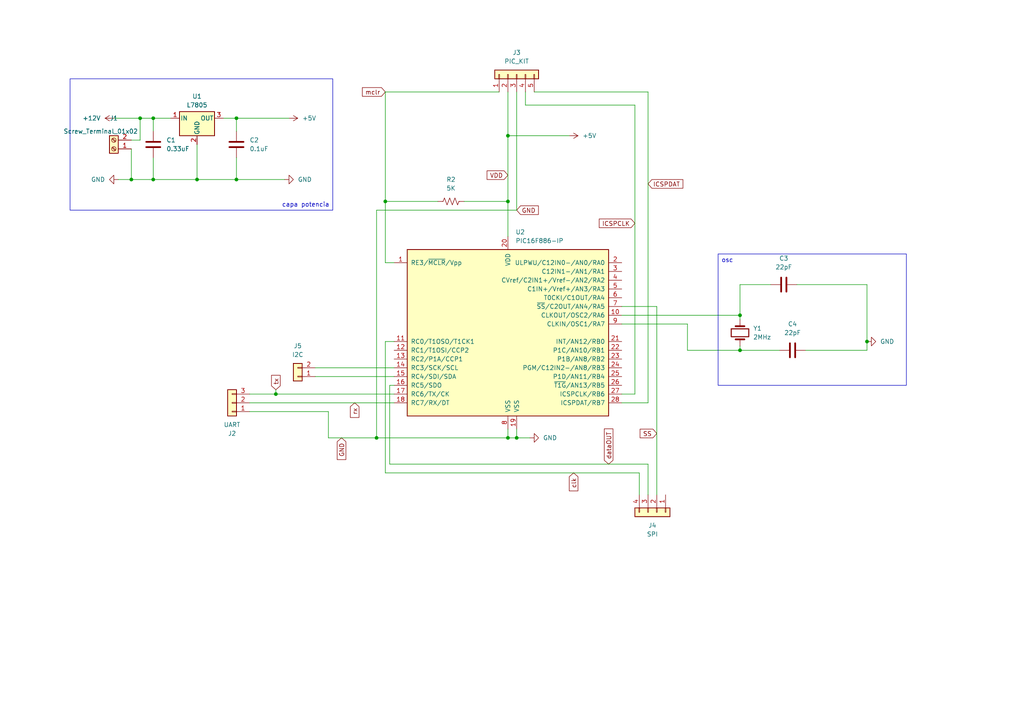
<source format=kicad_sch>
(kicad_sch (version 20230121) (generator eeschema)
  (paper "A4")
  (lib_symbols
    (symbol "Connector:Screw_Terminal_01x02" (pin_names (offset 1.016) hide)
      (property "Reference" "J" (at 0 2.54 0))
      (property "Value" "Screw_Terminal_01x02" (at 0 -5.08 0))
      (symbol "Screw_Terminal_01x02_1_1"
        (rectangle (start -1.27 1.27) (end 1.27 -3.81) (stroke (width 0.254)) (fill (type background)))
        (circle (center 0 -2.54) (radius 0.635) (stroke (width 0.1524)))
        (polyline (pts (xy -0.5334 -2.2098) (xy 0.3302 -3.048)) (stroke (width 0.1524)))
        (polyline (pts (xy -0.5334 0.3302) (xy 0.3302 -0.508)) (stroke (width 0.1524)))
        (polyline (pts (xy -0.3556 -2.032) (xy 0.508 -2.8702)) (stroke (width 0.1524)))
        (polyline (pts (xy -0.3556 0.508) (xy 0.508 -0.3302)) (stroke (width 0.1524)))
        (circle (center 0 0) (radius 0.635) (stroke (width 0.1524)))
        (pin passive line (at -5.08 0 0) (length 3.81) (name "Pin_1") (number "1"))
        (pin passive line (at -5.08 -2.54 0) (length 3.81) (name "Pin_2") (number "2"))
      )
    )
    (symbol "Connector_Generic:Conn_01x02" (pin_names (offset 1.016) hide)
      (property "Reference" "J" (at 0 2.54 0))
      (property "Value" "Conn_01x02" (at 0 -5.08 0))
      (symbol "Conn_01x02_1_1"
        (rectangle (start -1.27 -2.413) (end 0 -2.667) (stroke (width 0.1524)))
        (rectangle (start -1.27 0.127) (end 0 -0.127) (stroke (width 0.1524)))
        (rectangle (start -1.27 1.27) (end 1.27 -3.81) (stroke (width 0.254)) (fill (type background)))
        (pin passive line (at -5.08 0 0) (length 3.81) (name "Pin_1") (number "1"))
        (pin passive line (at -5.08 -2.54 0) (length 3.81) (name "Pin_2") (number "2"))
      )
    )
    (symbol "Connector_Generic:Conn_01x03" (pin_names (offset 1.016) hide)
      (property "Reference" "J" (at 0 5.08 0))
      (property "Value" "Conn_01x03" (at 0 -5.08 0))
      (symbol "Conn_01x03_1_1"
        (rectangle (start -1.27 -2.413) (end 0 -2.667) (stroke (width 0.1524)))
        (rectangle (start -1.27 0.127) (end 0 -0.127) (stroke (width 0.1524)))
        (rectangle (start -1.27 2.667) (end 0 2.413) (stroke (width 0.1524)))
        (rectangle (start -1.27 3.81) (end 1.27 -3.81) (stroke (width 0.254)) (fill (type background)))
        (pin passive line (at -5.08 2.54 0) (length 3.81) (name "Pin_1") (number "1"))
        (pin passive line (at -5.08 0 0) (length 3.81) (name "Pin_2") (number "2"))
        (pin passive line (at -5.08 -2.54 0) (length 3.81) (name "Pin_3") (number "3"))
      )
    )
    (symbol "Connector_Generic:Conn_01x04" (pin_names (offset 1.016) hide)
      (property "Reference" "J" (at 0 5.08 0))
      (property "Value" "Conn_01x04" (at 0 -7.62 0))
      (symbol "Conn_01x04_1_1"
        (rectangle (start -1.27 -4.953) (end 0 -5.207) (stroke (width 0.1524)))
        (rectangle (start -1.27 -2.413) (end 0 -2.667) (stroke (width 0.1524)))
        (rectangle (start -1.27 0.127) (end 0 -0.127) (stroke (width 0.1524)))
        (rectangle (start -1.27 2.667) (end 0 2.413) (stroke (width 0.1524)))
        (rectangle (start -1.27 3.81) (end 1.27 -6.35) (stroke (width 0.254)) (fill (type background)))
        (pin passive line (at -5.08 2.54 0) (length 3.81) (name "Pin_1") (number "1"))
        (pin passive line (at -5.08 0 0) (length 3.81) (name "Pin_2") (number "2"))
        (pin passive line (at -5.08 -2.54 0) (length 3.81) (name "Pin_3") (number "3"))
        (pin passive line (at -5.08 -5.08 0) (length 3.81) (name "Pin_4") (number "4"))
      )
    )
    (symbol "Connector_Generic:Conn_01x05" (pin_names (offset 1.016) hide)
      (property "Reference" "J" (at 0 7.62 0))
      (property "Value" "Conn_01x05" (at 0 -7.62 0))
      (symbol "Conn_01x05_1_1"
        (rectangle (start -1.27 -4.953) (end 0 -5.207) (stroke (width 0.1524)))
        (rectangle (start -1.27 -2.413) (end 0 -2.667) (stroke (width 0.1524)))
        (rectangle (start -1.27 0.127) (end 0 -0.127) (stroke (width 0.1524)))
        (rectangle (start -1.27 2.667) (end 0 2.413) (stroke (width 0.1524)))
        (rectangle (start -1.27 5.207) (end 0 4.953) (stroke (width 0.1524)))
        (rectangle (start -1.27 6.35) (end 1.27 -6.35) (stroke (width 0.254)) (fill (type background)))
        (pin passive line (at -5.08 5.08 0) (length 3.81) (name "Pin_1") (number "1"))
        (pin passive line (at -5.08 2.54 0) (length 3.81) (name "Pin_2") (number "2"))
        (pin passive line (at -5.08 0 0) (length 3.81) (name "Pin_3") (number "3"))
        (pin passive line (at -5.08 -2.54 0) (length 3.81) (name "Pin_4") (number "4"))
        (pin passive line (at -5.08 -5.08 0) (length 3.81) (name "Pin_5") (number "5"))
      )
    )
    (symbol "Device:C" (pin_numbers hide) (pin_names (offset 0.254))
      (property "Reference" "C" (at 0.635 2.54 0))
      (property "Value" "C" (at 0.635 -2.54 0))
      (symbol "C_0_1"
        (polyline (pts (xy -2.032 -0.762) (xy 2.032 -0.762)) (stroke (width 0.508)))
        (polyline (pts (xy -2.032 0.762) (xy 2.032 0.762)) (stroke (width 0.508)))
      )
      (symbol "C_1_1"
        (pin passive line (at 0 3.81 270) (length 2.794) (name "~") (number "1"))
        (pin passive line (at 0 -3.81 90) (length 2.794) (name "~") (number "2"))
      )
    )
    (symbol "Device:Crystal" (pin_numbers hide) (pin_names (offset 1.016) hide)
      (property "Reference" "Y" (at 0 3.81 0))
      (property "Value" "Crystal" (at 0 -3.81 0))
      (symbol "Crystal_0_1"
        (rectangle (start -1.143 2.54) (end 1.143 -2.54) (stroke (width 0.3048)))
        (polyline (pts (xy -2.54 0) (xy -1.905 0)))
        (polyline (pts (xy -1.905 -1.27) (xy -1.905 1.27)) (stroke (width 0.508)))
        (polyline (pts (xy 1.905 -1.27) (xy 1.905 1.27)) (stroke (width 0.508)))
        (polyline (pts (xy 2.54 0) (xy 1.905 0)))
      )
      (symbol "Crystal_1_1"
        (pin passive line (at -3.81 0 0) (length 1.27) (name "1") (number "1"))
        (pin passive line (at 3.81 0 180) (length 1.27) (name "2") (number "2"))
      )
    )
    (symbol "Device:R_US" (pin_numbers hide) (pin_names (offset 0))
      (property "Reference" "R" (at 2.54 0 90))
      (property "Value" "R_US" (at -2.54 0 90))
      (symbol "R_US_0_1"
        (polyline (pts (xy 0 -2.286) (xy 0 -2.54)))
        (polyline (pts (xy 0 2.286) (xy 0 2.54)))
        (polyline (pts (xy 0 -0.762) (xy 1.016 -1.143) (xy 0 -1.524) (xy -1.016 -1.905) (xy 0 -2.286)))
        (polyline (pts (xy 0 0.762) (xy 1.016 0.381) (xy 0 0) (xy -1.016 -0.381) (xy 0 -0.762)))
        (polyline (pts (xy 0 2.286) (xy 1.016 1.905) (xy 0 1.524) (xy -1.016 1.143) (xy 0 0.762)))
      )
      (symbol "R_US_1_1"
        (pin passive line (at 0 3.81 270) (length 1.27) (name "~") (number "1"))
        (pin passive line (at 0 -3.81 90) (length 1.27) (name "~") (number "2"))
      )
    )
    (symbol "MCU_Microchip_PIC16:PIC16F886-IP" (pin_names (offset 1.016))
      (property "Reference" "U" (at 13.97 27.94 0))
      (property "Value" "PIC16F886-IP" (at 13.97 25.4 0))
      (symbol "PIC16F886-IP_0_1"
        (rectangle (start -29.21 24.13) (end 29.21 -24.13) (stroke (width 0.254)) (fill (type background)))
      )
      (symbol "PIC16F886-IP_1_1"
        (pin bidirectional line (at -33.02 20.32 0) (length 3.81) (name "RE3/~{MCLR}/Vpp") (number "1"))
        (pin bidirectional line (at 33.02 5.08 180) (length 3.81) (name "CLKOUT/OSC2/RA6") (number "10"))
        (pin bidirectional line (at -33.02 -2.54 0) (length 3.81) (name "RC0/T1OSO/T1CK1") (number "11"))
        (pin bidirectional line (at -33.02 -5.08 0) (length 3.81) (name "RC1/T1OSI/CCP2") (number "12"))
        (pin bidirectional line (at -33.02 -7.62 0) (length 3.81) (name "RC2/P1A/CCP1") (number "13"))
        (pin bidirectional line (at -33.02 -10.16 0) (length 3.81) (name "RC3/SCK/SCL") (number "14"))
        (pin bidirectional line (at -33.02 -12.7 0) (length 3.81) (name "RC4/SDI/SDA") (number "15"))
        (pin bidirectional line (at -33.02 -15.24 0) (length 3.81) (name "RC5/SDO") (number "16"))
        (pin bidirectional line (at -33.02 -17.78 0) (length 3.81) (name "RC6/TX/CK") (number "17"))
        (pin bidirectional line (at -33.02 -20.32 0) (length 3.81) (name "RC7/RX/DT") (number "18"))
        (pin power_in line (at 2.54 -27.94 90) (length 3.81) (name "VSS") (number "19"))
        (pin bidirectional line (at 33.02 20.32 180) (length 3.81) (name "ULPWU/C12IN0-/AN0/RA0") (number "2"))
        (pin power_in line (at 0 27.94 270) (length 3.81) (name "VDD") (number "20"))
        (pin bidirectional line (at 33.02 -2.54 180) (length 3.81) (name "INT/AN12/RB0") (number "21"))
        (pin bidirectional line (at 33.02 -5.08 180) (length 3.81) (name "P1C/AN10/RB1") (number "22"))
        (pin bidirectional line (at 33.02 -7.62 180) (length 3.81) (name "P1B/AN8/RB2") (number "23"))
        (pin bidirectional line (at 33.02 -10.16 180) (length 3.81) (name "PGM/C12IN2-/AN8/RB3") (number "24"))
        (pin bidirectional line (at 33.02 -12.7 180) (length 3.81) (name "P1D/AN11/RB4") (number "25"))
        (pin bidirectional line (at 33.02 -15.24 180) (length 3.81) (name "~{T1G}/AN13/RB5") (number "26"))
        (pin bidirectional line (at 33.02 -17.78 180) (length 3.81) (name "ICSPCLK/RB6") (number "27"))
        (pin bidirectional line (at 33.02 -20.32 180) (length 3.81) (name "ICSPDAT/RB7") (number "28"))
        (pin bidirectional line (at 33.02 17.78 180) (length 3.81) (name "C12IN1-/AN1/RA1") (number "3"))
        (pin bidirectional line (at 33.02 15.24 180) (length 3.81) (name "CVref/C2IN1+/Vref-/AN2/RA2") (number "4"))
        (pin bidirectional line (at 33.02 12.7 180) (length 3.81) (name "C1IN+/Vref+/AN3/RA3") (number "5"))
        (pin bidirectional line (at 33.02 10.16 180) (length 3.81) (name "T0CKI/C1OUT/RA4") (number "6"))
        (pin bidirectional line (at 33.02 7.62 180) (length 3.81) (name "~{SS}/C2OUT/AN4/RA5") (number "7"))
        (pin power_in line (at 0 -27.94 90) (length 3.81) (name "VSS") (number "8"))
        (pin input line (at 33.02 2.54 180) (length 3.81) (name "CLKIN/OSC1/RA7") (number "9"))
      )
    )
    (symbol "Regulator_Linear:L7805" (pin_names (offset 0.254))
      (property "Reference" "U" (at -3.81 3.175 0))
      (property "Value" "L7805" (at 0 3.175 0))
      (symbol "L7805_0_1"
        (rectangle (start -5.08 1.905) (end 5.08 -5.08) (stroke (width 0.254)) (fill (type background)))
      )
      (symbol "L7805_1_1"
        (pin power_in line (at -7.62 0 0) (length 2.54) (name "IN") (number "1"))
        (pin power_in line (at 0 -7.62 90) (length 2.54) (name "GND") (number "2"))
        (pin power_out line (at 7.62 0 180) (length 2.54) (name "OUT") (number "3"))
      )
    )
    (symbol "power:+12V" (power) (pin_names (offset 0))
      (property "Value" "+12V" (at 0 3.556 0))
      (symbol "+12V_0_1"
        (polyline (pts (xy -0.762 1.27) (xy 0 2.54)))
        (polyline (pts (xy 0 0) (xy 0 2.54)))
        (polyline (pts (xy 0 2.54) (xy 0.762 1.27)))
      )
      (symbol "+12V_1_1"
        (pin power_in line (at 0 0 90) (length 0) hide (name "+12V") (number "1"))
      )
    )
    (symbol "power:+5V" (power) (pin_names (offset 0))
      (property "Value" "+5V" (at 0 3.556 0))
      (symbol "+5V_0_1"
        (polyline (pts (xy -0.762 1.27) (xy 0 2.54)))
        (polyline (pts (xy 0 0) (xy 0 2.54)))
        (polyline (pts (xy 0 2.54) (xy 0.762 1.27)))
      )
      (symbol "+5V_1_1"
        (pin power_in line (at 0 0 90) (length 0) hide (name "+5V") (number "1"))
      )
    )
    (symbol "power:GND" (power) (pin_names (offset 0))
      (property "Value" "GND" (at 0 -3.81 0))
      (symbol "GND_0_1"
        (polyline (pts (xy 0 0) (xy 0 -1.27) (xy 1.27 -1.27) (xy 0 -2.54) (xy -1.27 -1.27) (xy 0 -1.27)))
      )
      (symbol "GND_1_1"
        (pin power_in line (at 0 0 270) (length 0) hide (name "GND") (number "1"))
      )
    )
  )
  (junction (at 147.32 127))
  (junction (at 40.64 34.29))
  (junction (at 38.1 52.07))
  (junction (at 251.46 99.06))
  (junction (at 57.15 52.07))
  (junction (at 44.45 52.07))
  (junction (at 109.22 127))
  (junction (at 80.01 114.3))
  (junction (at 68.58 34.29))
  (junction (at 147.32 58.42))
  (junction (at 214.63 91.44))
  (junction (at 68.58 52.07))
  (junction (at 149.86 127))
  (junction (at 214.63 101.6))
  (junction (at 44.45 34.29))
  (junction (at 147.32 39.37))
  (junction (at 111.76 58.42))
  (wire (pts (xy 185.42 137.16) (xy 185.42 143.51)))
  (wire (pts (xy 33.02 34.29) (xy 40.64 34.29)))
  (wire (pts (xy 82.55 52.07) (xy 68.58 52.07)))
  (wire (pts (xy 147.32 39.37) (xy 165.1 39.37)))
  (wire (pts (xy 147.32 58.42) (xy 147.32 68.58)))
  (wire (pts (xy 57.15 52.07) (xy 68.58 52.07)))
  (wire (pts (xy 44.45 34.29) (xy 49.53 34.29)))
  (wire (pts (xy 91.44 106.68) (xy 114.3 106.68)))
  (wire (pts (xy 111.76 99.06) (xy 114.3 99.06)))
  (wire (pts (xy 149.86 60.96) (xy 109.22 60.96)))
  (wire (pts (xy 199.39 101.6) (xy 214.63 101.6)))
  (wire (pts (xy 251.46 99.06) (xy 251.46 101.6)))
  (wire (pts (xy 109.22 60.96) (xy 109.22 127)))
  (wire (pts (xy 44.45 52.07) (xy 57.15 52.07)))
  (wire (pts (xy 147.32 26.67) (xy 147.32 39.37)))
  (wire (pts (xy 180.34 91.44) (xy 214.63 91.44)))
  (wire (pts (xy 233.68 101.6) (xy 251.46 101.6)))
  (wire (pts (xy 134.62 58.42) (xy 147.32 58.42)))
  (wire (pts (xy 40.64 34.29) (xy 44.45 34.29)))
  (wire (pts (xy 91.44 109.22) (xy 114.3 109.22)))
  (wire (pts (xy 180.34 88.9) (xy 190.5 88.9)))
  (wire (pts (xy 180.34 116.84) (xy 187.96 116.84)))
  (wire (pts (xy 214.63 82.55) (xy 214.63 91.44)))
  (wire (pts (xy 111.76 58.42) (xy 127 58.42)))
  (wire (pts (xy 111.76 26.67) (xy 111.76 58.42)))
  (wire (pts (xy 83.82 34.29) (xy 68.58 34.29)))
  (wire (pts (xy 147.32 39.37) (xy 147.32 58.42)))
  (wire (pts (xy 38.1 43.18) (xy 38.1 52.07)))
  (wire (pts (xy 57.15 52.07) (xy 57.15 41.91)))
  (wire (pts (xy 111.76 26.67) (xy 144.78 26.67)))
  (wire (pts (xy 40.64 40.64) (xy 40.64 34.29)))
  (wire (pts (xy 223.52 82.55) (xy 214.63 82.55)))
  (wire (pts (xy 251.46 82.55) (xy 251.46 99.06)))
  (wire (pts (xy 38.1 52.07) (xy 44.45 52.07)))
  (wire (pts (xy 80.01 113.03) (xy 80.01 114.3)))
  (wire (pts (xy 72.39 119.38) (xy 95.25 119.38)))
  (wire (pts (xy 113.03 134.62) (xy 113.03 111.76)))
  (wire (pts (xy 149.86 124.46) (xy 149.86 127)))
  (wire (pts (xy 38.1 40.64) (xy 40.64 40.64)))
  (wire (pts (xy 72.39 116.84) (xy 114.3 116.84)))
  (wire (pts (xy 187.96 134.62) (xy 113.03 134.62)))
  (wire (pts (xy 184.15 114.3) (xy 184.15 30.48)))
  (wire (pts (xy 149.86 26.67) (xy 149.86 60.96)))
  (wire (pts (xy 109.22 127) (xy 147.32 127)))
  (wire (pts (xy 95.25 119.38) (xy 95.25 127)))
  (wire (pts (xy 231.14 82.55) (xy 251.46 82.55)))
  (wire (pts (xy 68.58 38.1) (xy 68.58 34.29)))
  (wire (pts (xy 111.76 99.06) (xy 111.76 137.16)))
  (wire (pts (xy 214.63 101.6) (xy 214.63 100.33)))
  (wire (pts (xy 187.96 26.67) (xy 187.96 116.84)))
  (wire (pts (xy 184.15 30.48) (xy 152.4 30.48)))
  (wire (pts (xy 72.39 114.3) (xy 80.01 114.3)))
  (wire (pts (xy 44.45 34.29) (xy 44.45 38.1)))
  (wire (pts (xy 111.76 137.16) (xy 185.42 137.16)))
  (wire (pts (xy 64.77 34.29) (xy 68.58 34.29)))
  (wire (pts (xy 226.06 101.6) (xy 214.63 101.6)))
  (wire (pts (xy 111.76 76.2) (xy 114.3 76.2)))
  (wire (pts (xy 180.34 93.98) (xy 199.39 93.98)))
  (wire (pts (xy 152.4 26.67) (xy 152.4 30.48)))
  (wire (pts (xy 149.86 127) (xy 147.32 127)))
  (wire (pts (xy 68.58 45.72) (xy 68.58 52.07)))
  (wire (pts (xy 199.39 93.98) (xy 199.39 101.6)))
  (wire (pts (xy 113.03 111.76) (xy 114.3 111.76)))
  (wire (pts (xy 111.76 58.42) (xy 111.76 76.2)))
  (wire (pts (xy 153.67 127) (xy 149.86 127)))
  (wire (pts (xy 38.1 52.07) (xy 34.29 52.07)))
  (wire (pts (xy 180.34 114.3) (xy 184.15 114.3)))
  (wire (pts (xy 187.96 134.62) (xy 187.96 143.51)))
  (wire (pts (xy 80.01 114.3) (xy 114.3 114.3)))
  (wire (pts (xy 147.32 127) (xy 147.32 124.46)))
  (wire (pts (xy 95.25 127) (xy 109.22 127)))
  (wire (pts (xy 190.5 88.9) (xy 190.5 143.51)))
  (wire (pts (xy 214.63 91.44) (xy 214.63 92.71)))
  (wire (pts (xy 44.45 45.72) (xy 44.45 52.07)))
  (wire (pts (xy 154.94 26.67) (xy 187.96 26.67)))
  (text_box "osc" (at 208.28 73.66 0) (size 54.61 38.1) (effects (font (size 1.27 1.27)) (justify left top)))
  (text_box "capa potencia" (at 20.32 22.86 0) (size 76.2 38.1) (effects (font (size 1.27 1.27)) (justify right bottom)))
  (global_label "GND" (shape input) (at 99.06 127 270) (property "Intersheetrefs" "${INTERSHEET_REFS}" (effects hide)))
  (global_label "VDD" (shape input) (at 147.32 50.8 180) (property "Intersheetrefs" "${INTERSHEET_REFS}" (effects hide)))
  (global_label "tx" (shape input) (at 80.01 113.03 90) (property "Intersheetrefs" "${INTERSHEET_REFS}" (effects hide)))
  (global_label "ICSPCLK" (shape input) (at 184.15 64.77 180) (property "Intersheetrefs" "${INTERSHEET_REFS}" (effects hide)))
  (global_label "SS" (shape input) (at 190.5 125.73 180) (property "Intersheetrefs" "${INTERSHEET_REFS}" (effects hide)))
  (global_label "ICSPDAT" (shape input) (at 187.96 53.34 0) (property "Intersheetrefs" "${INTERSHEET_REFS}" (effects hide)))
  (global_label "rx" (shape input) (at 102.87 116.84 270) (property "Intersheetrefs" "${INTERSHEET_REFS}" (effects hide)))
  (global_label "dataOUT" (shape input) (at 176.53 134.62 90) (property "Intersheetrefs" "${INTERSHEET_REFS}" (effects hide)))
  (global_label "clk" (shape input) (at 166.37 137.16 270) (property "Intersheetrefs" "${INTERSHEET_REFS}" (effects hide)))
  (global_label "GND" (shape input) (at 149.86 60.96 0) (property "Intersheetrefs" "${INTERSHEET_REFS}" (effects hide)))
  (global_label "mclr" (shape input) (at 111.76 26.67 180) (property "Intersheetrefs" "${INTERSHEET_REFS}" (effects hide)))
  (symbol (lib_id "power:+12V") (at 33.02 34.29 90) (unit 1)
    (property "Reference" "#PWR01" (effects hide))
    (property "Value" "+12V" (at 29.21 34.29 90) (effects (justify left)))
  )
  (symbol (lib_id "Regulator_Linear:L7805") (at 57.15 34.29 0) (unit 1)
    (property "Reference" "U1" (at 57.15 27.94 0))
    (property "Value" "L7805" (at 57.15 30.48 0))
    (property "Footprint" "Package_TO_SOT_THT:TO-220-3_Vertical" (effects hide))
    (property "Datasheet" "http://www.st.com/content/ccc/resource/technical/document/datasheet/41/4f/b3/b0/12/d4/47/88/CD00000444.pdf/files/CD00000444.pdf/jcr:content/translations/en.CD00000444.pdf" (effects hide))
  )
  (symbol (lib_id "Connector_Generic:Conn_01x03") (at 67.31 116.84 180) (unit 1)
    (property "Reference" "J2" (at 67.31 125.73 0))
    (property "Value" "UART" (at 67.31 123.19 0))
    (property "Footprint" "Connector_PinSocket_2.54mm:PinSocket_1x03_P2.54mm_Vertical" (effects hide))
  )
  (symbol (lib_id "Device:C") (at 229.87 101.6 90) (unit 1)
    (property "Reference" "C4" (at 229.87 93.9837 90))
    (property "Value" "22pF" (at 229.87 96.5237 90))
    (property "Footprint" "Capacitor_THT:C_Disc_D3.8mm_W2.6mm_P2.50mm" (effects hide))
  )
  (symbol (lib_id "Device:R_US") (at 130.81 58.42 90) (unit 1)
    (property "Reference" "R2" (at 130.81 52.07 90))
    (property "Value" "5K" (at 130.81 54.61 90))
    (property "Footprint" "Resistor_THT:R_Axial_DIN0204_L3.6mm_D1.6mm_P7.62mm_Horizontal" (effects hide))
  )
  (symbol (lib_id "power:GND") (at 153.67 127 90) (unit 1)
    (property "Reference" "#PWR05" (effects hide))
    (property "Value" "GND" (at 157.48 127 90) (effects (justify right)))
  )
  (symbol (lib_id "Device:C") (at 44.45 41.91 180) (unit 1)
    (property "Reference" "C1" (at 48.26 40.64 0) (effects (justify right)))
    (property "Value" "0.33uF" (at 48.26 43.18 0) (effects (justify right)))
    (property "Footprint" "Capacitor_THT:CP_Radial_D5.0mm_P2.50mm" (effects hide))
  )
  (symbol (lib_id "Connector_Generic:Conn_01x05") (at 149.86 21.59 90) (unit 1)
    (property "Reference" "J3" (at 149.86 15.24 90))
    (property "Value" "PIC_KIT" (at 149.86 17.78 90))
    (property "Footprint" "Connector_PinSocket_2.54mm:PinSocket_1x05_P2.54mm_Vertical" (effects hide))
  )
  (symbol (lib_id "Connector_Generic:Conn_01x02") (at 86.36 109.22 180) (unit 1)
    (property "Reference" "J5" (at 86.36 100.33 0))
    (property "Value" "I2C" (at 86.36 102.87 0))
    (property "Footprint" "Connector_PinSocket_2.54mm:PinSocket_1x02_P2.54mm_Vertical" (effects hide))
  )
  (symbol (lib_id "MCU_Microchip_PIC16:PIC16F886-IP") (at 147.32 96.52 0) (unit 1)
    (property "Reference" "U2" (at 149.5141 67.31 0) (effects (justify left)))
    (property "Value" "PIC16F886-IP" (at 149.5141 69.85 0) (effects (justify left)))
    (property "Footprint" "Package_DIP:DIP-28_W7.62mm" (effects hide))
    (property "Datasheet" "http://ww1.microchip.com/downloads/en/DeviceDoc/41291D.pdf" (effects hide))
  )
  (symbol (lib_id "Device:Crystal") (at 214.63 96.52 90) (unit 1)
    (property "Reference" "Y1" (at 218.44 95.25 90) (effects (justify right)))
    (property "Value" "2MHz" (at 218.44 97.79 90) (effects (justify right)))
    (property "Footprint" "Crystal:Crystal_HC18-U_Vertical" (effects hide))
  )
  (symbol (lib_id "power:+5V") (at 165.1 39.37 270) (unit 1)
    (property "Reference" "#PWR06" (effects hide))
    (property "Value" "+5V" (at 168.91 39.37 90) (effects (justify left)))
  )
  (symbol (lib_id "power:GND") (at 251.46 99.06 90) (unit 1)
    (property "Reference" "#PWR07" (effects hide))
    (property "Value" "GND" (at 255.27 99.06 90) (effects (justify right)))
  )
  (symbol (lib_id "Device:C") (at 227.33 82.55 90) (unit 1)
    (property "Reference" "C3" (at 227.33 74.9337 90))
    (property "Value" "22pF" (at 227.33 77.4737 90))
    (property "Footprint" "Capacitor_THT:C_Disc_D3.8mm_W2.6mm_P2.50mm" (effects hide))
  )
  (symbol (lib_id "Device:C") (at 68.58 41.91 180) (unit 1)
    (property "Reference" "C2" (at 72.39 40.64 0) (effects (justify right)))
    (property "Value" "0.1uF" (at 72.39 43.18 0) (effects (justify right)))
    (property "Footprint" "Capacitor_THT:C_Disc_D3.8mm_W2.6mm_P2.50mm" (effects hide))
  )
  (symbol (lib_id "power:GND") (at 82.55 52.07 90) (unit 1)
    (property "Reference" "#PWR03" (effects hide))
    (property "Value" "GND" (at 86.36 52.07 90) (effects (justify right)))
  )
  (symbol (lib_id "Connector:Screw_Terminal_01x02") (at 33.02 43.18 180) (unit 1)
    (property "Reference" "J1" (at 33.02 34.29 0))
    (property "Value" "Screw_Terminal_01x02" (at 29.21 38.1 0))
    (property "Footprint" "TerminalBlock_Phoenix:TerminalBlock_Phoenix_MKDS-1,5-2-5.08_1x02_P5.08mm_Horizontal" (effects hide))
  )
  (symbol (lib_id "Connector_Generic:Conn_01x04") (at 190.5 148.59 270) (unit 1)
    (property "Reference" "J4" (at 189.23 152.4 90))
    (property "Value" "SPI" (at 189.23 154.94 90))
    (property "Footprint" "Connector_PinSocket_1.00mm:PinSocket_1x04_P1.00mm_Vertical" (effects hide))
  )
  (symbol (lib_id "power:+5V") (at 83.82 34.29 270) (unit 1)
    (property "Reference" "#PWR04" (effects hide))
    (property "Value" "+5V" (at 87.63 34.29 90) (effects (justify left)))
  )
  (symbol (lib_id "power:GND") (at 34.29 52.07 270) (unit 1)
    (property "Reference" "#PWR02" (effects hide))
    (property "Value" "GND" (at 30.48 52.07 90) (effects (justify right)))
  )
)
</source>
